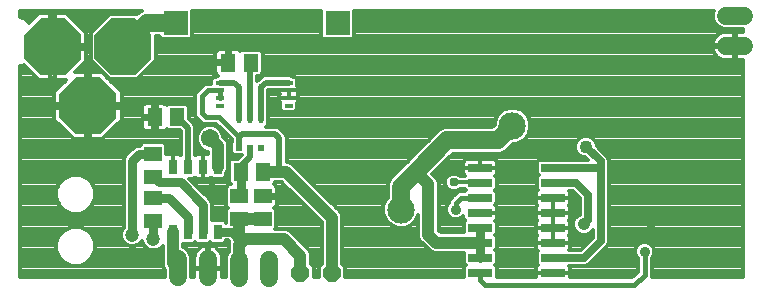
<source format=gbl>
G75*
%MOIN*%
%OFA0B0*%
%FSLAX25Y25*%
%IPPOS*%
%LPD*%
%AMOC8*
5,1,8,0,0,1.08239X$1,22.5*
%
%ADD10R,0.08000X0.02600*%
%ADD11OC8,0.06000*%
%ADD12C,0.06000*%
%ADD13R,0.02756X0.05118*%
%ADD14R,0.02953X0.01181*%
%ADD15R,0.05906X0.05118*%
%ADD16R,0.05118X0.05906*%
%ADD17R,0.01575X0.02165*%
%ADD18R,0.02165X0.02165*%
%ADD19OC8,0.19000*%
%ADD20R,0.08268X0.08268*%
%ADD21C,0.01400*%
%ADD22C,0.03100*%
%ADD23C,0.02900*%
%ADD24C,0.01800*%
%ADD25C,0.03600*%
%ADD26C,0.04300*%
%ADD27C,0.02500*%
%ADD28C,0.04150*%
%ADD29C,0.09150*%
%ADD30C,0.03000*%
%ADD31C,0.04000*%
%ADD32C,0.02000*%
%ADD33C,0.01600*%
%ADD34C,0.06075*%
%ADD35C,0.04700*%
D10*
X0236998Y0086099D03*
X0236998Y0091099D03*
X0236998Y0096099D03*
X0236998Y0101099D03*
X0236998Y0106099D03*
X0236998Y0111099D03*
X0236998Y0116099D03*
X0236998Y0121099D03*
X0261198Y0121099D03*
X0261198Y0116099D03*
X0261198Y0111099D03*
X0261198Y0106099D03*
X0261198Y0101099D03*
X0261198Y0096099D03*
X0261198Y0091099D03*
X0261198Y0086099D03*
D11*
X0187498Y0086099D03*
X0176998Y0086099D03*
D12*
X0156498Y0084299D02*
X0156498Y0090299D01*
X0146298Y0090499D02*
X0146298Y0084499D01*
X0136298Y0084499D02*
X0136298Y0090499D01*
X0166498Y0090299D02*
X0166498Y0084299D01*
X0210598Y0107099D02*
X0210598Y0114799D01*
X0215498Y0119699D01*
X0225998Y0130199D01*
X0242798Y0130199D01*
X0247698Y0135099D01*
X0318972Y0161688D02*
X0324972Y0161688D01*
X0324972Y0171688D02*
X0318972Y0171688D01*
X0135461Y0169399D02*
X0125998Y0169399D01*
X0117998Y0161399D01*
D13*
X0134498Y0121426D03*
X0139498Y0121426D03*
X0144498Y0121426D03*
X0149498Y0121426D03*
X0149498Y0099772D03*
X0144498Y0099772D03*
X0139498Y0099772D03*
X0134498Y0099772D03*
D14*
X0150083Y0141761D03*
X0150083Y0144320D03*
X0150083Y0146879D03*
X0150083Y0149438D03*
X0173114Y0149438D03*
X0173114Y0146879D03*
X0173114Y0144320D03*
X0173114Y0141761D03*
D15*
X0127998Y0125539D03*
X0127998Y0118059D03*
X0127998Y0110839D03*
X0127998Y0103359D03*
X0156698Y0104059D03*
X0164398Y0104059D03*
X0164398Y0111539D03*
X0156698Y0111539D03*
D16*
X0157158Y0119699D03*
X0164638Y0119699D03*
X0135938Y0137899D03*
X0128458Y0137899D03*
X0152958Y0156099D03*
X0160438Y0156099D03*
D17*
X0160198Y0136827D03*
X0156458Y0136827D03*
X0163938Y0136827D03*
D18*
X0163938Y0127772D03*
X0160198Y0127772D03*
X0156458Y0127772D03*
D19*
X0106198Y0141699D03*
X0094398Y0161399D03*
X0117998Y0161399D03*
D20*
X0135461Y0169399D03*
X0189398Y0169399D03*
D21*
X0183864Y0169304D02*
X0140995Y0169304D01*
X0140995Y0170702D02*
X0183864Y0170702D01*
X0183864Y0172101D02*
X0140995Y0172101D01*
X0140995Y0173476D02*
X0183864Y0173476D01*
X0183864Y0164685D01*
X0184685Y0163865D01*
X0194112Y0163865D01*
X0194932Y0164685D01*
X0194932Y0173476D01*
X0314950Y0173476D01*
X0314572Y0172563D01*
X0314572Y0170813D01*
X0315242Y0169196D01*
X0316480Y0167958D01*
X0318097Y0167288D01*
X0324658Y0167288D01*
X0324658Y0166388D01*
X0322272Y0166388D01*
X0322272Y0161988D01*
X0321672Y0161988D01*
X0321672Y0161388D01*
X0314272Y0161388D01*
X0314272Y0161318D01*
X0314388Y0160588D01*
X0314617Y0159884D01*
X0314952Y0159225D01*
X0315387Y0158626D01*
X0315910Y0158103D01*
X0316509Y0157668D01*
X0317168Y0157333D01*
X0317872Y0157104D01*
X0318602Y0156988D01*
X0321672Y0156988D01*
X0321672Y0161388D01*
X0322272Y0161388D01*
X0322272Y0156988D01*
X0324658Y0156988D01*
X0324658Y0084499D01*
X0294098Y0084499D01*
X0294098Y0090874D01*
X0294511Y0091287D01*
X0294998Y0092463D01*
X0294998Y0093736D01*
X0294511Y0094912D01*
X0293611Y0095812D01*
X0292435Y0096299D01*
X0291162Y0096299D01*
X0289986Y0095812D01*
X0289085Y0094912D01*
X0288598Y0093736D01*
X0288598Y0092463D01*
X0289085Y0091287D01*
X0289498Y0090874D01*
X0289498Y0086352D01*
X0287646Y0084499D01*
X0266878Y0084499D01*
X0266898Y0084575D01*
X0266898Y0086099D01*
X0261198Y0086099D01*
X0255498Y0086099D01*
X0255498Y0084575D01*
X0255519Y0084499D01*
X0242398Y0084499D01*
X0242398Y0087979D01*
X0241778Y0088599D01*
X0242398Y0089219D01*
X0242398Y0092979D01*
X0241778Y0093599D01*
X0242398Y0094219D01*
X0242398Y0097979D01*
X0241778Y0098599D01*
X0242398Y0099219D01*
X0242398Y0102979D01*
X0241976Y0103401D01*
X0242042Y0103439D01*
X0242359Y0103755D01*
X0242582Y0104143D01*
X0242698Y0104575D01*
X0242698Y0106099D01*
X0236998Y0106099D01*
X0236998Y0106099D01*
X0242698Y0106099D01*
X0242698Y0107623D01*
X0242582Y0108055D01*
X0242359Y0108443D01*
X0242042Y0108760D01*
X0241976Y0108797D01*
X0242398Y0109219D01*
X0242398Y0112979D01*
X0241778Y0113599D01*
X0242398Y0114219D01*
X0242398Y0117979D01*
X0241976Y0118401D01*
X0242042Y0118439D01*
X0242359Y0118755D01*
X0242582Y0119143D01*
X0242698Y0119575D01*
X0242698Y0121099D01*
X0236998Y0121099D01*
X0231298Y0121099D01*
X0231298Y0119575D01*
X0231414Y0119143D01*
X0231638Y0118755D01*
X0231954Y0118439D01*
X0232020Y0118401D01*
X0231918Y0118299D01*
X0230170Y0118299D01*
X0229769Y0118700D01*
X0228685Y0119149D01*
X0227511Y0119149D01*
X0226427Y0118700D01*
X0225597Y0117870D01*
X0225148Y0116786D01*
X0225148Y0115612D01*
X0225597Y0114528D01*
X0226427Y0113698D01*
X0227511Y0113249D01*
X0228685Y0113249D01*
X0229769Y0113698D01*
X0230170Y0114099D01*
X0231718Y0114099D01*
X0232218Y0113599D01*
X0232018Y0113399D01*
X0229746Y0113399D01*
X0227846Y0111499D01*
X0226498Y0110152D01*
X0226498Y0109325D01*
X0226085Y0108912D01*
X0225598Y0107736D01*
X0225598Y0106463D01*
X0226085Y0105287D01*
X0226986Y0104386D01*
X0228162Y0103899D01*
X0229435Y0103899D01*
X0230611Y0104386D01*
X0231298Y0105074D01*
X0231298Y0104575D01*
X0231414Y0104143D01*
X0231638Y0103755D01*
X0231954Y0103439D01*
X0232020Y0103401D01*
X0231598Y0102979D01*
X0231598Y0099499D01*
X0223707Y0099499D01*
X0223098Y0100108D01*
X0223098Y0116176D01*
X0222581Y0117425D01*
X0221014Y0118992D01*
X0227821Y0125799D01*
X0243673Y0125799D01*
X0245291Y0126469D01*
X0247946Y0129124D01*
X0248887Y0129124D01*
X0251083Y0130034D01*
X0252764Y0131715D01*
X0253673Y0133911D01*
X0253673Y0136288D01*
X0252764Y0138484D01*
X0251083Y0140165D01*
X0248887Y0141074D01*
X0246510Y0141074D01*
X0244314Y0140165D01*
X0242633Y0138484D01*
X0241723Y0136288D01*
X0241723Y0135347D01*
X0240976Y0134599D01*
X0225123Y0134599D01*
X0223506Y0133929D01*
X0222268Y0132692D01*
X0222268Y0132692D01*
X0211768Y0122192D01*
X0206868Y0117292D01*
X0206198Y0115674D01*
X0206198Y0111149D01*
X0205533Y0110484D01*
X0204623Y0108288D01*
X0204623Y0105911D01*
X0205533Y0103715D01*
X0207214Y0102034D01*
X0209410Y0101124D01*
X0211787Y0101124D01*
X0213983Y0102034D01*
X0215664Y0103715D01*
X0216298Y0105247D01*
X0216298Y0098023D01*
X0216816Y0096773D01*
X0220372Y0093217D01*
X0221622Y0092699D01*
X0231598Y0092699D01*
X0231598Y0089219D01*
X0232218Y0088599D01*
X0231598Y0087979D01*
X0231598Y0084499D01*
X0191898Y0084499D01*
X0191898Y0087922D01*
X0190898Y0088922D01*
X0190898Y0104976D01*
X0190381Y0106225D01*
X0174024Y0122582D01*
X0172775Y0123099D01*
X0172398Y0123099D01*
X0172398Y0131377D01*
X0172033Y0132259D01*
X0171358Y0132934D01*
X0169958Y0134334D01*
X0169076Y0134699D01*
X0165661Y0134699D01*
X0166126Y0135164D01*
X0166126Y0135836D01*
X0166338Y0136349D01*
X0166338Y0146945D01*
X0166431Y0147038D01*
X0169938Y0147038D01*
X0169938Y0146879D01*
X0173114Y0146879D01*
X0173114Y0146879D01*
X0176290Y0146879D01*
X0176290Y0147693D01*
X0176175Y0148125D01*
X0175990Y0148444D01*
X0175990Y0150608D01*
X0175170Y0151428D01*
X0174518Y0151428D01*
X0174474Y0151472D01*
X0173591Y0151838D01*
X0164959Y0151838D01*
X0164077Y0151472D01*
X0162598Y0149993D01*
X0162598Y0151746D01*
X0163577Y0151746D01*
X0164397Y0152567D01*
X0164397Y0159632D01*
X0163577Y0160452D01*
X0157299Y0160452D01*
X0156902Y0160054D01*
X0156878Y0160096D01*
X0156561Y0160412D01*
X0156173Y0160636D01*
X0155741Y0160752D01*
X0153538Y0160752D01*
X0153538Y0156679D01*
X0152379Y0156679D01*
X0152379Y0160752D01*
X0150175Y0160752D01*
X0149743Y0160636D01*
X0149355Y0160412D01*
X0149039Y0160096D01*
X0148815Y0159708D01*
X0148699Y0159276D01*
X0148699Y0156679D01*
X0152379Y0156679D01*
X0152379Y0155520D01*
X0148699Y0155520D01*
X0148699Y0152923D01*
X0148815Y0152490D01*
X0149039Y0152103D01*
X0149355Y0151786D01*
X0149408Y0151756D01*
X0148723Y0151472D01*
X0148679Y0151428D01*
X0148026Y0151428D01*
X0147206Y0150608D01*
X0147206Y0149079D01*
X0145167Y0149079D01*
X0143187Y0147099D01*
X0141898Y0145810D01*
X0141898Y0138388D01*
X0144587Y0135699D01*
X0149007Y0135699D01*
X0154058Y0130648D01*
X0154058Y0129517D01*
X0153975Y0129434D01*
X0153975Y0126109D01*
X0154796Y0125289D01*
X0157494Y0125289D01*
X0156257Y0124052D01*
X0154019Y0124052D01*
X0153199Y0123232D01*
X0153199Y0116167D01*
X0153867Y0115498D01*
X0153166Y0115498D01*
X0152346Y0114678D01*
X0152346Y0108400D01*
X0152947Y0107799D01*
X0152346Y0107198D01*
X0152346Y0102672D01*
X0152276Y0102672D01*
X0152276Y0102911D01*
X0151456Y0103731D01*
X0147540Y0103731D01*
X0147398Y0103589D01*
X0147398Y0109376D01*
X0146957Y0110442D01*
X0146141Y0111258D01*
X0139932Y0117467D01*
X0141456Y0117467D01*
X0141786Y0117797D01*
X0142077Y0117507D01*
X0142464Y0117283D01*
X0142897Y0117167D01*
X0144498Y0117167D01*
X0144498Y0121426D01*
X0144498Y0125685D01*
X0142897Y0125685D01*
X0142464Y0125569D01*
X0142077Y0125345D01*
X0141898Y0125167D01*
X0141898Y0134817D01*
X0141533Y0135699D01*
X0140858Y0136374D01*
X0139897Y0137334D01*
X0139897Y0141432D01*
X0139077Y0142252D01*
X0132799Y0142252D01*
X0132402Y0141854D01*
X0132378Y0141896D01*
X0132061Y0142212D01*
X0131673Y0142436D01*
X0131241Y0142552D01*
X0129038Y0142552D01*
X0129038Y0138479D01*
X0127879Y0138479D01*
X0127879Y0142552D01*
X0125675Y0142552D01*
X0125243Y0142436D01*
X0124855Y0142212D01*
X0124539Y0141896D01*
X0124315Y0141508D01*
X0124199Y0141076D01*
X0124199Y0138479D01*
X0127879Y0138479D01*
X0127879Y0137320D01*
X0129038Y0137320D01*
X0129038Y0133246D01*
X0131241Y0133246D01*
X0131673Y0133362D01*
X0132061Y0133586D01*
X0132378Y0133903D01*
X0132402Y0133944D01*
X0132799Y0133546D01*
X0136897Y0133546D01*
X0137098Y0133345D01*
X0137098Y0125167D01*
X0136920Y0125345D01*
X0136532Y0125569D01*
X0136100Y0125685D01*
X0134498Y0125685D01*
X0132897Y0125685D01*
X0132464Y0125569D01*
X0132351Y0125504D01*
X0132351Y0128678D01*
X0131531Y0129498D01*
X0124466Y0129498D01*
X0123646Y0128678D01*
X0123646Y0128439D01*
X0122762Y0128439D01*
X0121696Y0127998D01*
X0120880Y0127182D01*
X0118540Y0124842D01*
X0118098Y0123776D01*
X0118098Y0101103D01*
X0117819Y0100823D01*
X0117248Y0099445D01*
X0117248Y0097953D01*
X0117819Y0096575D01*
X0118874Y0095520D01*
X0120252Y0094949D01*
X0121744Y0094949D01*
X0123122Y0095520D01*
X0124177Y0096575D01*
X0124248Y0096746D01*
X0124248Y0096553D01*
X0124819Y0095175D01*
X0125874Y0094120D01*
X0127252Y0093549D01*
X0128744Y0093549D01*
X0130122Y0094120D01*
X0131098Y0095096D01*
X0131098Y0088623D01*
X0131616Y0087373D01*
X0131898Y0087091D01*
X0131898Y0084499D01*
X0083698Y0084499D01*
X0083698Y0155099D01*
X0084563Y0155099D01*
X0084772Y0155186D01*
X0089759Y0150199D01*
X0093698Y0150199D01*
X0093698Y0155099D01*
X0095098Y0155099D01*
X0095098Y0150199D01*
X0098859Y0150199D01*
X0094998Y0146338D01*
X0094998Y0142399D01*
X0105498Y0142399D01*
X0105498Y0140999D01*
X0094998Y0140999D01*
X0094998Y0137060D01*
X0101559Y0130499D01*
X0105498Y0130499D01*
X0105498Y0140999D01*
X0106898Y0140999D01*
X0106898Y0130499D01*
X0110837Y0130499D01*
X0117398Y0137060D01*
X0117398Y0140999D01*
X0106898Y0140999D01*
X0106898Y0142399D01*
X0105498Y0142399D01*
X0105498Y0152899D01*
X0101737Y0152899D01*
X0105598Y0156760D01*
X0105598Y0160699D01*
X0101460Y0160699D01*
X0101460Y0162099D01*
X0105598Y0162099D01*
X0105598Y0166038D01*
X0099037Y0172599D01*
X0095098Y0172599D01*
X0095098Y0169370D01*
X0094397Y0169370D01*
X0094324Y0169339D01*
X0094251Y0169370D01*
X0093698Y0169370D01*
X0093698Y0172599D01*
X0089759Y0172599D01*
X0086618Y0169458D01*
X0086551Y0169525D01*
X0086401Y0169676D01*
X0086401Y0169676D01*
X0085352Y0170724D01*
X0085333Y0170743D01*
X0084450Y0171109D01*
X0083698Y0171421D01*
X0083698Y0173476D01*
X0124344Y0173476D01*
X0123506Y0173129D01*
X0122594Y0172218D01*
X0122513Y0172299D01*
X0113483Y0172299D01*
X0107098Y0165914D01*
X0107098Y0156884D01*
X0113483Y0150499D01*
X0122513Y0150499D01*
X0128898Y0156884D01*
X0128898Y0164999D01*
X0129927Y0164999D01*
X0129927Y0164685D01*
X0130748Y0163865D01*
X0140175Y0163865D01*
X0140995Y0164685D01*
X0140995Y0173476D01*
X0140995Y0167905D02*
X0183864Y0167905D01*
X0183864Y0166507D02*
X0140995Y0166507D01*
X0140995Y0165108D02*
X0183864Y0165108D01*
X0194932Y0165108D02*
X0315746Y0165108D01*
X0315910Y0165273D02*
X0315387Y0164750D01*
X0314952Y0164152D01*
X0314617Y0163492D01*
X0314388Y0162789D01*
X0314272Y0162058D01*
X0314272Y0161988D01*
X0321672Y0161988D01*
X0321672Y0166388D01*
X0318602Y0166388D01*
X0317872Y0166272D01*
X0317168Y0166044D01*
X0316509Y0165708D01*
X0315910Y0165273D01*
X0314727Y0163710D02*
X0128898Y0163710D01*
X0128898Y0162311D02*
X0314312Y0162311D01*
X0314337Y0160913D02*
X0128898Y0160913D01*
X0128898Y0159514D02*
X0148763Y0159514D01*
X0148699Y0158116D02*
X0128898Y0158116D01*
X0128731Y0156717D02*
X0148699Y0156717D01*
X0148699Y0155319D02*
X0127333Y0155319D01*
X0125934Y0153920D02*
X0148699Y0153920D01*
X0148806Y0152522D02*
X0124536Y0152522D01*
X0123137Y0151123D02*
X0147721Y0151123D01*
X0147206Y0149725D02*
X0114012Y0149725D01*
X0112859Y0151123D02*
X0112613Y0151123D01*
X0111461Y0152522D02*
X0111215Y0152522D01*
X0110837Y0152899D02*
X0106898Y0152899D01*
X0106898Y0142399D01*
X0117398Y0142399D01*
X0117398Y0146338D01*
X0110837Y0152899D01*
X0110062Y0153920D02*
X0102759Y0153920D01*
X0104157Y0155319D02*
X0108664Y0155319D01*
X0107265Y0156717D02*
X0105556Y0156717D01*
X0105598Y0158116D02*
X0107098Y0158116D01*
X0107098Y0159514D02*
X0105598Y0159514D01*
X0107098Y0160913D02*
X0101460Y0160913D01*
X0105598Y0162311D02*
X0107098Y0162311D01*
X0107098Y0163710D02*
X0105598Y0163710D01*
X0105598Y0165108D02*
X0107098Y0165108D01*
X0107691Y0166507D02*
X0105130Y0166507D01*
X0103731Y0167905D02*
X0109090Y0167905D01*
X0110488Y0169304D02*
X0102333Y0169304D01*
X0100934Y0170702D02*
X0111887Y0170702D01*
X0113285Y0172101D02*
X0099536Y0172101D01*
X0095098Y0172101D02*
X0093698Y0172101D01*
X0093698Y0170702D02*
X0095098Y0170702D01*
X0089261Y0172101D02*
X0083698Y0172101D01*
X0085333Y0170743D02*
X0085333Y0170743D01*
X0085374Y0170702D02*
X0087862Y0170702D01*
X0086038Y0153920D02*
X0083698Y0153920D01*
X0083698Y0152522D02*
X0087437Y0152522D01*
X0088835Y0151123D02*
X0083698Y0151123D01*
X0083698Y0149725D02*
X0098385Y0149725D01*
X0096986Y0148326D02*
X0083698Y0148326D01*
X0083698Y0146928D02*
X0095588Y0146928D01*
X0094998Y0145529D02*
X0083698Y0145529D01*
X0083698Y0144131D02*
X0094998Y0144131D01*
X0094998Y0142732D02*
X0083698Y0142732D01*
X0083698Y0141334D02*
X0105498Y0141334D01*
X0105498Y0142732D02*
X0106898Y0142732D01*
X0106898Y0141334D02*
X0124268Y0141334D01*
X0124199Y0139935D02*
X0117398Y0139935D01*
X0117398Y0138537D02*
X0124199Y0138537D01*
X0124199Y0137320D02*
X0124199Y0134723D01*
X0124315Y0134290D01*
X0124539Y0133903D01*
X0124855Y0133586D01*
X0125243Y0133362D01*
X0125675Y0133246D01*
X0127879Y0133246D01*
X0127879Y0137320D01*
X0124199Y0137320D01*
X0124199Y0137138D02*
X0117398Y0137138D01*
X0116078Y0135740D02*
X0124199Y0135740D01*
X0124301Y0134341D02*
X0114679Y0134341D01*
X0113281Y0132943D02*
X0137098Y0132943D01*
X0137098Y0131544D02*
X0111882Y0131544D01*
X0106898Y0131544D02*
X0105498Y0131544D01*
X0105498Y0132943D02*
X0106898Y0132943D01*
X0106898Y0134341D02*
X0105498Y0134341D01*
X0105498Y0135740D02*
X0106898Y0135740D01*
X0106898Y0137138D02*
X0105498Y0137138D01*
X0105498Y0138537D02*
X0106898Y0138537D01*
X0106898Y0139935D02*
X0105498Y0139935D01*
X0097717Y0134341D02*
X0083698Y0134341D01*
X0083698Y0132943D02*
X0099116Y0132943D01*
X0100514Y0131544D02*
X0083698Y0131544D01*
X0083698Y0130146D02*
X0137098Y0130146D01*
X0137098Y0128747D02*
X0132282Y0128747D01*
X0132351Y0127349D02*
X0137098Y0127349D01*
X0137098Y0125950D02*
X0132351Y0125950D01*
X0134498Y0125685D02*
X0134498Y0121426D01*
X0134498Y0121426D01*
X0134498Y0125685D01*
X0134498Y0124552D02*
X0134498Y0124552D01*
X0134498Y0123153D02*
X0134498Y0123153D01*
X0134498Y0121755D02*
X0134498Y0121755D01*
X0144498Y0121755D02*
X0144498Y0121755D01*
X0144498Y0121426D02*
X0144498Y0121426D01*
X0144498Y0121426D01*
X0144498Y0125685D01*
X0146098Y0125685D01*
X0146098Y0126462D01*
X0146016Y0126462D01*
X0144385Y0127137D01*
X0143136Y0128386D01*
X0142461Y0130017D01*
X0142461Y0131782D01*
X0143136Y0133413D01*
X0144385Y0134661D01*
X0146016Y0135337D01*
X0147781Y0135337D01*
X0149412Y0134661D01*
X0150660Y0133413D01*
X0151336Y0131782D01*
X0151336Y0131270D01*
X0152381Y0130225D01*
X0152898Y0128976D01*
X0152898Y0120750D01*
X0152381Y0119500D01*
X0152276Y0119396D01*
X0152276Y0118287D01*
X0151456Y0117467D01*
X0147540Y0117467D01*
X0147210Y0117797D01*
X0146920Y0117507D01*
X0146532Y0117283D01*
X0146100Y0117167D01*
X0144498Y0117167D01*
X0144498Y0121426D01*
X0144498Y0120356D02*
X0144498Y0120356D01*
X0144498Y0118958D02*
X0144498Y0118958D01*
X0144498Y0117559D02*
X0144498Y0117559D01*
X0142024Y0117559D02*
X0141548Y0117559D01*
X0141238Y0116161D02*
X0153205Y0116161D01*
X0153199Y0117559D02*
X0151548Y0117559D01*
X0152276Y0118958D02*
X0153199Y0118958D01*
X0153199Y0120356D02*
X0152735Y0120356D01*
X0152898Y0121755D02*
X0153199Y0121755D01*
X0153199Y0123153D02*
X0152898Y0123153D01*
X0152898Y0124552D02*
X0156757Y0124552D01*
X0154134Y0125950D02*
X0152898Y0125950D01*
X0152898Y0127349D02*
X0153975Y0127349D01*
X0153975Y0128747D02*
X0152898Y0128747D01*
X0152414Y0130146D02*
X0154058Y0130146D01*
X0153162Y0131544D02*
X0151336Y0131544D01*
X0151763Y0132943D02*
X0150855Y0132943D01*
X0150365Y0134341D02*
X0149732Y0134341D01*
X0144547Y0135740D02*
X0141492Y0135740D01*
X0141898Y0134341D02*
X0144065Y0134341D01*
X0142942Y0132943D02*
X0141898Y0132943D01*
X0141898Y0131544D02*
X0142461Y0131544D01*
X0142461Y0130146D02*
X0141898Y0130146D01*
X0141898Y0128747D02*
X0142987Y0128747D01*
X0141898Y0127349D02*
X0144173Y0127349D01*
X0146098Y0125950D02*
X0141898Y0125950D01*
X0144498Y0124552D02*
X0144498Y0124552D01*
X0144498Y0123153D02*
X0144498Y0123153D01*
X0146972Y0117559D02*
X0147448Y0117559D01*
X0144035Y0113363D02*
X0152346Y0113363D01*
X0152346Y0111965D02*
X0145434Y0111965D01*
X0146832Y0110566D02*
X0152346Y0110566D01*
X0152346Y0109168D02*
X0147398Y0109168D01*
X0147398Y0107769D02*
X0152917Y0107769D01*
X0152346Y0106371D02*
X0147398Y0106371D01*
X0147398Y0104972D02*
X0152346Y0104972D01*
X0152346Y0103574D02*
X0151614Y0103574D01*
X0152276Y0096872D02*
X0153024Y0096872D01*
X0153316Y0096580D01*
X0153332Y0096541D01*
X0153098Y0095976D01*
X0153098Y0093122D01*
X0152768Y0092792D01*
X0152098Y0091174D01*
X0152098Y0084499D01*
X0150998Y0084499D01*
X0150998Y0087199D01*
X0146598Y0087199D01*
X0146598Y0087799D01*
X0145998Y0087799D01*
X0145998Y0087199D01*
X0141598Y0087199D01*
X0141598Y0084499D01*
X0140698Y0084499D01*
X0140698Y0091374D01*
X0140028Y0092992D01*
X0138791Y0094229D01*
X0137898Y0094599D01*
X0137898Y0095813D01*
X0141456Y0095813D01*
X0141998Y0096356D01*
X0142540Y0095813D01*
X0146456Y0095813D01*
X0146998Y0096356D01*
X0147540Y0095813D01*
X0151456Y0095813D01*
X0152276Y0096633D01*
X0152276Y0096872D01*
X0152224Y0096581D02*
X0153315Y0096581D01*
X0153098Y0095183D02*
X0146772Y0095183D01*
X0146668Y0095199D02*
X0146598Y0095199D01*
X0146598Y0087799D01*
X0150998Y0087799D01*
X0150998Y0090869D01*
X0150883Y0091600D01*
X0150654Y0092303D01*
X0150318Y0092963D01*
X0149883Y0093561D01*
X0149360Y0094084D01*
X0148762Y0094519D01*
X0148102Y0094855D01*
X0147399Y0095083D01*
X0146668Y0095199D01*
X0146598Y0095183D02*
X0145998Y0095183D01*
X0145998Y0095199D02*
X0145928Y0095199D01*
X0145198Y0095083D01*
X0144494Y0094855D01*
X0143835Y0094519D01*
X0143236Y0094084D01*
X0142713Y0093561D01*
X0142278Y0092963D01*
X0141943Y0092303D01*
X0141714Y0091600D01*
X0141598Y0090869D01*
X0141598Y0087799D01*
X0145998Y0087799D01*
X0145998Y0095199D01*
X0145825Y0095183D02*
X0137898Y0095183D01*
X0139236Y0093784D02*
X0142937Y0093784D01*
X0141985Y0092386D02*
X0140279Y0092386D01*
X0140698Y0090987D02*
X0141617Y0090987D01*
X0141598Y0089589D02*
X0140698Y0089589D01*
X0140698Y0088190D02*
X0141598Y0088190D01*
X0141598Y0086792D02*
X0140698Y0086792D01*
X0140698Y0085393D02*
X0141598Y0085393D01*
X0145998Y0088190D02*
X0146598Y0088190D01*
X0146598Y0089589D02*
X0145998Y0089589D01*
X0145998Y0090987D02*
X0146598Y0090987D01*
X0146598Y0092386D02*
X0145998Y0092386D01*
X0145998Y0093784D02*
X0146598Y0093784D01*
X0149660Y0093784D02*
X0153098Y0093784D01*
X0152600Y0092386D02*
X0150612Y0092386D01*
X0150980Y0090987D02*
X0152098Y0090987D01*
X0152098Y0089589D02*
X0150998Y0089589D01*
X0150998Y0088190D02*
X0152098Y0088190D01*
X0152098Y0086792D02*
X0150998Y0086792D01*
X0150998Y0085393D02*
X0152098Y0085393D01*
X0131898Y0085393D02*
X0083698Y0085393D01*
X0083698Y0086792D02*
X0131898Y0086792D01*
X0131277Y0088190D02*
X0083698Y0088190D01*
X0083698Y0089589D02*
X0098295Y0089589D01*
X0098432Y0089451D02*
X0100811Y0088466D01*
X0103386Y0088466D01*
X0105764Y0089451D01*
X0107585Y0091272D01*
X0108570Y0093650D01*
X0108570Y0096225D01*
X0107585Y0098604D01*
X0105764Y0100424D01*
X0103386Y0101409D01*
X0100811Y0101409D01*
X0098432Y0100424D01*
X0096612Y0098604D01*
X0095627Y0096225D01*
X0095627Y0093650D01*
X0096612Y0091272D01*
X0098432Y0089451D01*
X0096896Y0090987D02*
X0083698Y0090987D01*
X0083698Y0092386D02*
X0096150Y0092386D01*
X0095627Y0093784D02*
X0083698Y0093784D01*
X0083698Y0095183D02*
X0095627Y0095183D01*
X0095774Y0096581D02*
X0083698Y0096581D01*
X0083698Y0097980D02*
X0096353Y0097980D01*
X0097387Y0099378D02*
X0083698Y0099378D01*
X0083698Y0100777D02*
X0099284Y0100777D01*
X0104913Y0100777D02*
X0117800Y0100777D01*
X0118098Y0102175D02*
X0083698Y0102175D01*
X0083698Y0103574D02*
X0118098Y0103574D01*
X0118098Y0104972D02*
X0083698Y0104972D01*
X0083698Y0106371D02*
X0099406Y0106371D01*
X0098432Y0106774D02*
X0100811Y0105789D01*
X0103386Y0105789D01*
X0105764Y0106774D01*
X0107585Y0108595D01*
X0108570Y0110973D01*
X0108570Y0113548D01*
X0107585Y0115927D01*
X0105764Y0117747D01*
X0103386Y0118732D01*
X0100811Y0118732D01*
X0098432Y0117747D01*
X0096612Y0115927D01*
X0095627Y0113548D01*
X0095627Y0110973D01*
X0096612Y0108595D01*
X0098432Y0106774D01*
X0097437Y0107769D02*
X0083698Y0107769D01*
X0083698Y0109168D02*
X0096374Y0109168D01*
X0095795Y0110566D02*
X0083698Y0110566D01*
X0083698Y0111965D02*
X0095627Y0111965D01*
X0095627Y0113363D02*
X0083698Y0113363D01*
X0083698Y0114762D02*
X0096130Y0114762D01*
X0096846Y0116161D02*
X0083698Y0116161D01*
X0083698Y0117559D02*
X0098244Y0117559D01*
X0105952Y0117559D02*
X0118098Y0117559D01*
X0118098Y0116161D02*
X0107351Y0116161D01*
X0108067Y0114762D02*
X0118098Y0114762D01*
X0118098Y0113363D02*
X0108570Y0113363D01*
X0108570Y0111965D02*
X0118098Y0111965D01*
X0118098Y0110566D02*
X0108401Y0110566D01*
X0107822Y0109168D02*
X0118098Y0109168D01*
X0118098Y0107769D02*
X0106759Y0107769D01*
X0104791Y0106371D02*
X0118098Y0106371D01*
X0117248Y0099378D02*
X0106810Y0099378D01*
X0107843Y0097980D02*
X0117248Y0097980D01*
X0117817Y0096581D02*
X0108422Y0096581D01*
X0108570Y0095183D02*
X0119688Y0095183D01*
X0122308Y0095183D02*
X0124816Y0095183D01*
X0124248Y0096581D02*
X0124180Y0096581D01*
X0126685Y0093784D02*
X0108570Y0093784D01*
X0108046Y0092386D02*
X0131098Y0092386D01*
X0131098Y0093784D02*
X0129312Y0093784D01*
X0131098Y0090987D02*
X0107300Y0090987D01*
X0105902Y0089589D02*
X0131098Y0089589D01*
X0168530Y0100699D02*
X0168751Y0100920D01*
X0168751Y0107198D01*
X0168353Y0107596D01*
X0168395Y0107620D01*
X0168711Y0107936D01*
X0168935Y0108324D01*
X0169051Y0108756D01*
X0169051Y0110960D01*
X0164978Y0110960D01*
X0164978Y0112119D01*
X0169051Y0112119D01*
X0169051Y0114322D01*
X0168935Y0114755D01*
X0168711Y0115142D01*
X0168395Y0115459D01*
X0168075Y0115644D01*
X0168597Y0116167D01*
X0168597Y0116299D01*
X0170690Y0116299D01*
X0184098Y0102891D01*
X0184098Y0088922D01*
X0183098Y0087922D01*
X0183098Y0084499D01*
X0181398Y0084499D01*
X0181398Y0087922D01*
X0180398Y0088922D01*
X0180398Y0092376D01*
X0179881Y0093625D01*
X0173324Y0100182D01*
X0172075Y0100699D01*
X0168530Y0100699D01*
X0168608Y0100777D02*
X0184098Y0100777D01*
X0184098Y0102175D02*
X0168751Y0102175D01*
X0168751Y0103574D02*
X0183415Y0103574D01*
X0182017Y0104972D02*
X0168751Y0104972D01*
X0168751Y0106371D02*
X0180618Y0106371D01*
X0179220Y0107769D02*
X0168544Y0107769D01*
X0169051Y0109168D02*
X0177821Y0109168D01*
X0176423Y0110566D02*
X0169051Y0110566D01*
X0164978Y0111965D02*
X0175024Y0111965D01*
X0173626Y0113363D02*
X0169051Y0113363D01*
X0168931Y0114762D02*
X0172227Y0114762D01*
X0170829Y0116161D02*
X0168591Y0116161D01*
X0176250Y0120356D02*
X0209933Y0120356D01*
X0211331Y0121755D02*
X0174851Y0121755D01*
X0172398Y0123153D02*
X0212730Y0123153D01*
X0214128Y0124552D02*
X0172398Y0124552D01*
X0172398Y0125950D02*
X0215527Y0125950D01*
X0216925Y0127349D02*
X0172398Y0127349D01*
X0172398Y0128747D02*
X0218324Y0128747D01*
X0219722Y0130146D02*
X0172398Y0130146D01*
X0172329Y0131544D02*
X0221121Y0131544D01*
X0222519Y0132943D02*
X0171349Y0132943D01*
X0169940Y0134341D02*
X0224500Y0134341D01*
X0241723Y0135740D02*
X0166126Y0135740D01*
X0166338Y0137138D02*
X0242076Y0137138D01*
X0242686Y0138537D02*
X0166338Y0138537D01*
X0166338Y0139935D02*
X0170893Y0139935D01*
X0171058Y0139770D02*
X0175170Y0139770D01*
X0175990Y0140590D01*
X0175990Y0142754D01*
X0176175Y0143073D01*
X0176290Y0143505D01*
X0176290Y0144320D01*
X0176290Y0145134D01*
X0176175Y0145566D01*
X0176156Y0145599D01*
X0176175Y0145632D01*
X0176290Y0146064D01*
X0176290Y0146879D01*
X0173114Y0146879D01*
X0173114Y0146879D01*
X0169938Y0146879D01*
X0169938Y0146064D01*
X0170054Y0145632D01*
X0170072Y0145599D01*
X0170054Y0145566D01*
X0169938Y0145134D01*
X0169938Y0144320D01*
X0173114Y0144320D01*
X0173114Y0146610D01*
X0173114Y0146879D01*
X0173114Y0144320D01*
X0173114Y0144320D01*
X0173114Y0144320D01*
X0176290Y0144320D01*
X0173114Y0144320D01*
X0173114Y0144320D01*
X0169938Y0144320D01*
X0169938Y0143505D01*
X0170054Y0143073D01*
X0170238Y0142754D01*
X0170238Y0140590D01*
X0171058Y0139770D01*
X0170238Y0141334D02*
X0166338Y0141334D01*
X0166338Y0142732D02*
X0170238Y0142732D01*
X0169938Y0144131D02*
X0166338Y0144131D01*
X0166338Y0145529D02*
X0170044Y0145529D01*
X0169938Y0146928D02*
X0166338Y0146928D01*
X0173114Y0146879D02*
X0173114Y0146879D01*
X0173114Y0145529D02*
X0173114Y0145529D01*
X0176185Y0145529D02*
X0324658Y0145529D01*
X0324658Y0144131D02*
X0176290Y0144131D01*
X0175990Y0142732D02*
X0324658Y0142732D01*
X0324658Y0141334D02*
X0175990Y0141334D01*
X0175335Y0139935D02*
X0244084Y0139935D01*
X0251312Y0139935D02*
X0324658Y0139935D01*
X0324658Y0138537D02*
X0252711Y0138537D01*
X0253321Y0137138D02*
X0324658Y0137138D01*
X0324658Y0135740D02*
X0253673Y0135740D01*
X0253673Y0134341D02*
X0324658Y0134341D01*
X0324658Y0132943D02*
X0253272Y0132943D01*
X0252593Y0131544D02*
X0271238Y0131544D01*
X0271492Y0131649D02*
X0270187Y0131109D01*
X0269189Y0130110D01*
X0268648Y0128805D01*
X0268648Y0127393D01*
X0269189Y0126088D01*
X0270187Y0125090D01*
X0271492Y0124549D01*
X0272001Y0124549D01*
X0272801Y0123749D01*
X0265828Y0123749D01*
X0265778Y0123799D01*
X0256618Y0123799D01*
X0255798Y0122979D01*
X0255798Y0119219D01*
X0256418Y0118599D01*
X0255798Y0117979D01*
X0255798Y0114219D01*
X0256220Y0113797D01*
X0256154Y0113760D01*
X0255838Y0113443D01*
X0255614Y0113055D01*
X0255498Y0112623D01*
X0255498Y0111099D01*
X0255498Y0109575D01*
X0255614Y0109143D01*
X0255838Y0108755D01*
X0255994Y0108599D01*
X0255838Y0108443D01*
X0255614Y0108055D01*
X0255498Y0107623D01*
X0255498Y0106099D01*
X0255498Y0104575D01*
X0255614Y0104143D01*
X0255838Y0103755D01*
X0255994Y0103599D01*
X0255838Y0103443D01*
X0255614Y0103055D01*
X0255498Y0102623D01*
X0255498Y0101099D01*
X0255498Y0099575D01*
X0255614Y0099143D01*
X0255838Y0098755D01*
X0255994Y0098599D01*
X0255838Y0098443D01*
X0255614Y0098055D01*
X0255498Y0097623D01*
X0255498Y0096099D01*
X0255498Y0094575D01*
X0255614Y0094143D01*
X0255838Y0093755D01*
X0256154Y0093439D01*
X0256220Y0093401D01*
X0255798Y0092979D01*
X0255798Y0089219D01*
X0256220Y0088797D01*
X0256154Y0088760D01*
X0255838Y0088443D01*
X0255614Y0088055D01*
X0255498Y0087623D01*
X0255498Y0086099D01*
X0261198Y0086099D01*
X0261198Y0086099D01*
X0261198Y0086099D01*
X0266898Y0086099D01*
X0266898Y0087623D01*
X0266782Y0088055D01*
X0266559Y0088443D01*
X0266552Y0088449D01*
X0272125Y0088449D01*
X0273099Y0088853D01*
X0279345Y0095098D01*
X0279748Y0096072D01*
X0279748Y0123726D01*
X0279345Y0124700D01*
X0278599Y0125446D01*
X0275748Y0128297D01*
X0275748Y0128805D01*
X0275208Y0130110D01*
X0274209Y0131109D01*
X0272904Y0131649D01*
X0271492Y0131649D01*
X0273158Y0131544D02*
X0324658Y0131544D01*
X0324658Y0130146D02*
X0275172Y0130146D01*
X0275748Y0128747D02*
X0324658Y0128747D01*
X0324658Y0127349D02*
X0276697Y0127349D01*
X0278095Y0125950D02*
X0324658Y0125950D01*
X0324658Y0124552D02*
X0279406Y0124552D01*
X0279748Y0123153D02*
X0324658Y0123153D01*
X0324658Y0121755D02*
X0279748Y0121755D01*
X0279748Y0120356D02*
X0324658Y0120356D01*
X0324658Y0118958D02*
X0279748Y0118958D01*
X0279748Y0117559D02*
X0324658Y0117559D01*
X0324658Y0116161D02*
X0279748Y0116161D01*
X0279748Y0114762D02*
X0324658Y0114762D01*
X0324658Y0113363D02*
X0279748Y0113363D01*
X0279748Y0111965D02*
X0324658Y0111965D01*
X0324658Y0110566D02*
X0279748Y0110566D01*
X0279748Y0109168D02*
X0324658Y0109168D01*
X0324658Y0107769D02*
X0279748Y0107769D01*
X0279748Y0106371D02*
X0324658Y0106371D01*
X0324658Y0104972D02*
X0279748Y0104972D01*
X0279748Y0103574D02*
X0324658Y0103574D01*
X0324658Y0102175D02*
X0279748Y0102175D01*
X0279748Y0100777D02*
X0324658Y0100777D01*
X0324658Y0099378D02*
X0279748Y0099378D01*
X0279748Y0097980D02*
X0324658Y0097980D01*
X0324658Y0096581D02*
X0279748Y0096581D01*
X0279380Y0095183D02*
X0289356Y0095183D01*
X0288618Y0093784D02*
X0278031Y0093784D01*
X0276633Y0092386D02*
X0288630Y0092386D01*
X0289385Y0090987D02*
X0275234Y0090987D01*
X0273836Y0089589D02*
X0289498Y0089589D01*
X0289498Y0088190D02*
X0266705Y0088190D01*
X0266898Y0086792D02*
X0289498Y0086792D01*
X0288540Y0085393D02*
X0266898Y0085393D01*
X0255498Y0085393D02*
X0242398Y0085393D01*
X0242398Y0086792D02*
X0255498Y0086792D01*
X0255692Y0088190D02*
X0242187Y0088190D01*
X0242398Y0089589D02*
X0255798Y0089589D01*
X0255798Y0090987D02*
X0242398Y0090987D01*
X0242398Y0092386D02*
X0255798Y0092386D01*
X0255821Y0093784D02*
X0241963Y0093784D01*
X0242398Y0095183D02*
X0255498Y0095183D01*
X0255498Y0096099D02*
X0261198Y0096099D01*
X0261198Y0096099D01*
X0255498Y0096099D01*
X0255498Y0096581D02*
X0242398Y0096581D01*
X0242398Y0097980D02*
X0255594Y0097980D01*
X0255551Y0099378D02*
X0242398Y0099378D01*
X0242398Y0100777D02*
X0255498Y0100777D01*
X0255498Y0101099D02*
X0261198Y0101099D01*
X0261198Y0101099D01*
X0261198Y0101099D01*
X0261198Y0096099D01*
X0261198Y0096099D01*
X0261198Y0096099D01*
X0266898Y0096099D01*
X0266898Y0094575D01*
X0266782Y0094143D01*
X0266559Y0093755D01*
X0266552Y0093749D01*
X0270501Y0093749D01*
X0274448Y0097697D01*
X0274448Y0100241D01*
X0274444Y0100231D01*
X0273467Y0099253D01*
X0272190Y0098724D01*
X0270807Y0098724D01*
X0269530Y0099253D01*
X0268552Y0100231D01*
X0268023Y0101508D01*
X0268023Y0102890D01*
X0268552Y0104168D01*
X0269530Y0105145D01*
X0270248Y0105443D01*
X0270248Y0110902D01*
X0267701Y0113449D01*
X0266552Y0113449D01*
X0266559Y0113443D01*
X0266782Y0113055D01*
X0266898Y0112623D01*
X0266898Y0111099D01*
X0261198Y0111099D01*
X0255498Y0111099D01*
X0261198Y0111099D01*
X0261198Y0111099D01*
X0261198Y0111099D01*
X0261198Y0106099D01*
X0255498Y0106099D01*
X0261198Y0106099D01*
X0261198Y0106099D01*
X0261198Y0106099D01*
X0261198Y0101099D01*
X0255498Y0101099D01*
X0255498Y0102175D02*
X0242398Y0102175D01*
X0242177Y0103574D02*
X0255969Y0103574D01*
X0255498Y0104972D02*
X0242698Y0104972D01*
X0242698Y0106371D02*
X0255498Y0106371D01*
X0255538Y0107769D02*
X0242659Y0107769D01*
X0242347Y0109168D02*
X0255607Y0109168D01*
X0255498Y0110566D02*
X0242398Y0110566D01*
X0242398Y0111965D02*
X0255498Y0111965D01*
X0255792Y0113363D02*
X0242014Y0113363D01*
X0242398Y0114762D02*
X0255798Y0114762D01*
X0255798Y0116161D02*
X0242398Y0116161D01*
X0242398Y0117559D02*
X0255798Y0117559D01*
X0256060Y0118958D02*
X0242475Y0118958D01*
X0242698Y0120356D02*
X0255798Y0120356D01*
X0255798Y0121755D02*
X0242698Y0121755D01*
X0242698Y0121099D02*
X0242698Y0122623D01*
X0242582Y0123055D01*
X0242359Y0123443D01*
X0242042Y0123760D01*
X0241654Y0123983D01*
X0241222Y0124099D01*
X0236998Y0124099D01*
X0232774Y0124099D01*
X0232342Y0123983D01*
X0231954Y0123760D01*
X0231638Y0123443D01*
X0231414Y0123055D01*
X0231298Y0122623D01*
X0231298Y0121099D01*
X0236998Y0121099D01*
X0236998Y0121099D01*
X0236998Y0124099D01*
X0236998Y0121099D01*
X0236998Y0121099D01*
X0236998Y0121099D01*
X0242698Y0121099D01*
X0242526Y0123153D02*
X0255972Y0123153D01*
X0246170Y0127349D02*
X0268667Y0127349D01*
X0268648Y0128747D02*
X0247569Y0128747D01*
X0251195Y0130146D02*
X0269224Y0130146D01*
X0269327Y0125950D02*
X0244038Y0125950D01*
X0236998Y0123153D02*
X0236998Y0123153D01*
X0236998Y0121755D02*
X0236998Y0121755D01*
X0231298Y0121755D02*
X0223776Y0121755D01*
X0225175Y0123153D02*
X0231471Y0123153D01*
X0231298Y0120356D02*
X0222378Y0120356D01*
X0221048Y0118958D02*
X0227049Y0118958D01*
X0229148Y0118958D02*
X0231521Y0118958D01*
X0228098Y0116199D02*
X0236898Y0116199D01*
X0236998Y0116099D01*
X0229710Y0113363D02*
X0228961Y0113363D01*
X0228311Y0111965D02*
X0223098Y0111965D01*
X0223098Y0113363D02*
X0227236Y0113363D01*
X0225501Y0114762D02*
X0223098Y0114762D01*
X0223098Y0116161D02*
X0225148Y0116161D01*
X0225468Y0117559D02*
X0222447Y0117559D01*
X0226573Y0124552D02*
X0271486Y0124552D01*
X0267786Y0113363D02*
X0266605Y0113363D01*
X0266898Y0111965D02*
X0269185Y0111965D01*
X0270248Y0110566D02*
X0266898Y0110566D01*
X0266898Y0111099D02*
X0266898Y0109575D01*
X0266782Y0109143D01*
X0266559Y0108755D01*
X0266402Y0108599D01*
X0266559Y0108443D01*
X0266782Y0108055D01*
X0266898Y0107623D01*
X0266898Y0106099D01*
X0261198Y0106099D01*
X0261198Y0103099D01*
X0261198Y0101099D01*
X0261198Y0098099D01*
X0261198Y0096099D01*
X0266898Y0096099D01*
X0266898Y0097623D01*
X0266782Y0098055D01*
X0266559Y0098443D01*
X0266402Y0098599D01*
X0266559Y0098755D01*
X0266782Y0099143D01*
X0266898Y0099575D01*
X0266898Y0101099D01*
X0261198Y0101099D01*
X0261198Y0101099D01*
X0261198Y0101099D01*
X0266898Y0101099D01*
X0266898Y0102623D01*
X0266782Y0103055D01*
X0266559Y0103443D01*
X0266402Y0103599D01*
X0266559Y0103755D01*
X0266782Y0104143D01*
X0266898Y0104575D01*
X0266898Y0106099D01*
X0261198Y0106099D01*
X0261198Y0106099D01*
X0261198Y0106099D01*
X0261198Y0108099D01*
X0261198Y0111099D01*
X0261198Y0111099D01*
X0266898Y0111099D01*
X0266789Y0109168D02*
X0270248Y0109168D01*
X0270248Y0107769D02*
X0266859Y0107769D01*
X0266898Y0106371D02*
X0270248Y0106371D01*
X0269357Y0104972D02*
X0266898Y0104972D01*
X0266428Y0103574D02*
X0268306Y0103574D01*
X0268023Y0102175D02*
X0266898Y0102175D01*
X0266898Y0100777D02*
X0268326Y0100777D01*
X0269405Y0099378D02*
X0266845Y0099378D01*
X0266803Y0097980D02*
X0274448Y0097980D01*
X0274448Y0099378D02*
X0273592Y0099378D01*
X0273333Y0096581D02*
X0266898Y0096581D01*
X0266898Y0095183D02*
X0271934Y0095183D01*
X0270536Y0093784D02*
X0266575Y0093784D01*
X0261198Y0096581D02*
X0261198Y0096581D01*
X0261198Y0097980D02*
X0261198Y0097980D01*
X0261198Y0099378D02*
X0261198Y0099378D01*
X0261198Y0100777D02*
X0261198Y0100777D01*
X0261198Y0102175D02*
X0261198Y0102175D01*
X0261198Y0103574D02*
X0261198Y0103574D01*
X0261198Y0104972D02*
X0261198Y0104972D01*
X0261198Y0106371D02*
X0261198Y0106371D01*
X0261198Y0107769D02*
X0261198Y0107769D01*
X0261198Y0109168D02*
X0261198Y0109168D01*
X0261198Y0110566D02*
X0261198Y0110566D01*
X0231819Y0103574D02*
X0223098Y0103574D01*
X0223098Y0104972D02*
X0226400Y0104972D01*
X0225636Y0106371D02*
X0223098Y0106371D01*
X0223098Y0107769D02*
X0225612Y0107769D01*
X0226342Y0109168D02*
X0223098Y0109168D01*
X0223098Y0110566D02*
X0226913Y0110566D01*
X0231197Y0104972D02*
X0231298Y0104972D01*
X0231598Y0102175D02*
X0223098Y0102175D01*
X0223098Y0100777D02*
X0231598Y0100777D01*
X0218406Y0095183D02*
X0190898Y0095183D01*
X0190898Y0096581D02*
X0217008Y0096581D01*
X0216316Y0097980D02*
X0190898Y0097980D01*
X0190898Y0099378D02*
X0216298Y0099378D01*
X0216298Y0100777D02*
X0190898Y0100777D01*
X0190898Y0102175D02*
X0207072Y0102175D01*
X0205674Y0103574D02*
X0190898Y0103574D01*
X0190898Y0104972D02*
X0205012Y0104972D01*
X0204623Y0106371D02*
X0190235Y0106371D01*
X0188836Y0107769D02*
X0204623Y0107769D01*
X0204988Y0109168D02*
X0187438Y0109168D01*
X0186039Y0110566D02*
X0205616Y0110566D01*
X0206198Y0111965D02*
X0184641Y0111965D01*
X0183242Y0113363D02*
X0206198Y0113363D01*
X0206198Y0114762D02*
X0181844Y0114762D01*
X0180445Y0116161D02*
X0206400Y0116161D01*
X0207136Y0117559D02*
X0179047Y0117559D01*
X0177648Y0118958D02*
X0208534Y0118958D01*
X0216185Y0104972D02*
X0216298Y0104972D01*
X0216298Y0103574D02*
X0215523Y0103574D01*
X0216298Y0102175D02*
X0214124Y0102175D01*
X0219805Y0093784D02*
X0190898Y0093784D01*
X0190898Y0092386D02*
X0231598Y0092386D01*
X0231598Y0090987D02*
X0190898Y0090987D01*
X0190898Y0089589D02*
X0231598Y0089589D01*
X0231809Y0088190D02*
X0191630Y0088190D01*
X0191898Y0086792D02*
X0231598Y0086792D01*
X0231598Y0085393D02*
X0191898Y0085393D01*
X0183098Y0085393D02*
X0181398Y0085393D01*
X0181398Y0086792D02*
X0183098Y0086792D01*
X0183367Y0088190D02*
X0181130Y0088190D01*
X0180398Y0089589D02*
X0184098Y0089589D01*
X0184098Y0090987D02*
X0180398Y0090987D01*
X0180394Y0092386D02*
X0184098Y0092386D01*
X0184098Y0093784D02*
X0179721Y0093784D01*
X0178323Y0095183D02*
X0184098Y0095183D01*
X0184098Y0096581D02*
X0176924Y0096581D01*
X0175526Y0097980D02*
X0184098Y0097980D01*
X0184098Y0099378D02*
X0174127Y0099378D01*
X0152429Y0114762D02*
X0142637Y0114762D01*
X0118098Y0118958D02*
X0083698Y0118958D01*
X0083698Y0120356D02*
X0118098Y0120356D01*
X0118098Y0121755D02*
X0083698Y0121755D01*
X0083698Y0123153D02*
X0118098Y0123153D01*
X0118420Y0124552D02*
X0083698Y0124552D01*
X0083698Y0125950D02*
X0119648Y0125950D01*
X0121046Y0127349D02*
X0083698Y0127349D01*
X0083698Y0128747D02*
X0123714Y0128747D01*
X0127879Y0134341D02*
X0129038Y0134341D01*
X0129038Y0135740D02*
X0127879Y0135740D01*
X0127879Y0137138D02*
X0129038Y0137138D01*
X0129038Y0138537D02*
X0127879Y0138537D01*
X0127879Y0139935D02*
X0129038Y0139935D01*
X0129038Y0141334D02*
X0127879Y0141334D01*
X0117398Y0142732D02*
X0141898Y0142732D01*
X0141898Y0141334D02*
X0139897Y0141334D01*
X0139897Y0139935D02*
X0141898Y0139935D01*
X0141898Y0138537D02*
X0139897Y0138537D01*
X0140094Y0137138D02*
X0143148Y0137138D01*
X0141898Y0144131D02*
X0117398Y0144131D01*
X0117398Y0145529D02*
X0141898Y0145529D01*
X0143016Y0146928D02*
X0116809Y0146928D01*
X0115410Y0148326D02*
X0144414Y0148326D01*
X0143187Y0147099D02*
X0143187Y0147099D01*
X0162598Y0151123D02*
X0163728Y0151123D01*
X0164353Y0152522D02*
X0324658Y0152522D01*
X0324658Y0153920D02*
X0164397Y0153920D01*
X0164397Y0155319D02*
X0324658Y0155319D01*
X0324658Y0156717D02*
X0164397Y0156717D01*
X0164397Y0158116D02*
X0315898Y0158116D01*
X0314805Y0159514D02*
X0164397Y0159514D01*
X0153538Y0159514D02*
X0152379Y0159514D01*
X0152379Y0158116D02*
X0153538Y0158116D01*
X0153538Y0156717D02*
X0152379Y0156717D01*
X0175475Y0151123D02*
X0324658Y0151123D01*
X0324658Y0149725D02*
X0175990Y0149725D01*
X0176059Y0148326D02*
X0324658Y0148326D01*
X0324658Y0146928D02*
X0176290Y0146928D01*
X0194932Y0166507D02*
X0324658Y0166507D01*
X0322272Y0165108D02*
X0321672Y0165108D01*
X0321672Y0163710D02*
X0322272Y0163710D01*
X0322272Y0162311D02*
X0321672Y0162311D01*
X0321672Y0160913D02*
X0322272Y0160913D01*
X0322272Y0159514D02*
X0321672Y0159514D01*
X0321672Y0158116D02*
X0322272Y0158116D01*
X0316607Y0167905D02*
X0194932Y0167905D01*
X0194932Y0169304D02*
X0315197Y0169304D01*
X0314618Y0170702D02*
X0194932Y0170702D01*
X0194932Y0172101D02*
X0314572Y0172101D01*
X0106898Y0152522D02*
X0105498Y0152522D01*
X0105498Y0151123D02*
X0106898Y0151123D01*
X0106898Y0149725D02*
X0105498Y0149725D01*
X0105498Y0148326D02*
X0106898Y0148326D01*
X0106898Y0146928D02*
X0105498Y0146928D01*
X0105498Y0145529D02*
X0106898Y0145529D01*
X0106898Y0144131D02*
X0105498Y0144131D01*
X0094998Y0139935D02*
X0083698Y0139935D01*
X0083698Y0138537D02*
X0094998Y0138537D01*
X0094998Y0137138D02*
X0083698Y0137138D01*
X0083698Y0135740D02*
X0096319Y0135740D01*
X0095098Y0151123D02*
X0093698Y0151123D01*
X0093698Y0152522D02*
X0095098Y0152522D01*
X0095098Y0153920D02*
X0093698Y0153920D01*
X0294240Y0095183D02*
X0324658Y0095183D01*
X0324658Y0093784D02*
X0294978Y0093784D01*
X0294966Y0092386D02*
X0324658Y0092386D01*
X0324658Y0090987D02*
X0294212Y0090987D01*
X0294098Y0089589D02*
X0324658Y0089589D01*
X0324658Y0088190D02*
X0294098Y0088190D01*
X0294098Y0086792D02*
X0324658Y0086792D01*
X0324658Y0085393D02*
X0294098Y0085393D01*
D22*
X0269398Y0097299D03*
X0293898Y0102199D03*
X0268698Y0107799D03*
X0228098Y0116199D03*
X0237898Y0139299D03*
X0111898Y0093099D03*
D23*
X0147598Y0114799D03*
X0181198Y0097999D03*
D24*
X0228798Y0107099D02*
X0228798Y0109199D01*
X0230698Y0111099D01*
X0236998Y0111099D01*
X0291798Y0093099D02*
X0291798Y0085399D01*
X0288298Y0081899D01*
X0238598Y0081899D01*
X0236998Y0083499D01*
X0236998Y0086099D01*
D25*
X0291798Y0093099D03*
X0228798Y0107099D03*
D26*
X0272198Y0128099D03*
D27*
X0277098Y0123199D01*
X0277098Y0121799D01*
X0276398Y0121099D01*
X0261198Y0121099D01*
X0261198Y0116099D02*
X0268798Y0116099D01*
X0272898Y0111999D01*
X0272898Y0103599D01*
X0271498Y0102199D01*
X0277098Y0096599D02*
X0271598Y0091099D01*
X0261198Y0091099D01*
X0277098Y0096599D02*
X0277098Y0121799D01*
D28*
X0271498Y0102199D03*
D29*
X0210598Y0107099D03*
X0247698Y0135099D03*
D30*
X0236998Y0101099D02*
X0236998Y0096099D01*
X0236998Y0091099D01*
X0156698Y0097299D02*
X0154225Y0099772D01*
X0149498Y0099772D01*
X0144498Y0099772D02*
X0144498Y0108799D01*
X0137098Y0116199D01*
X0129858Y0116199D01*
X0127998Y0118059D01*
X0120998Y0123199D02*
X0123338Y0125539D01*
X0127998Y0125539D01*
X0120998Y0123199D02*
X0120998Y0098699D01*
X0127998Y0097299D02*
X0127998Y0103359D01*
X0133358Y0110839D02*
X0139498Y0104699D01*
X0139498Y0099772D01*
X0133358Y0110839D02*
X0127998Y0110839D01*
X0156698Y0111539D02*
X0157158Y0111999D01*
X0157158Y0119699D01*
D31*
X0149498Y0121426D02*
X0149498Y0128299D01*
X0146898Y0130899D01*
X0164638Y0119699D02*
X0170698Y0119699D01*
X0172098Y0119699D01*
X0187498Y0104299D01*
X0187498Y0086099D01*
X0176998Y0086099D02*
X0176998Y0091699D01*
X0171398Y0097299D01*
X0158498Y0097299D01*
X0156498Y0095299D01*
X0156498Y0087299D01*
X0136298Y0087499D02*
X0134498Y0089299D01*
X0134498Y0099772D01*
X0156698Y0097299D02*
X0158498Y0097299D01*
X0156698Y0097299D02*
X0156698Y0104059D01*
X0164398Y0104059D01*
X0215498Y0119699D02*
X0219698Y0115499D01*
X0219698Y0098699D01*
X0222298Y0096099D01*
X0236998Y0096099D01*
D32*
X0170698Y0119699D02*
X0169998Y0120399D01*
X0169998Y0130899D01*
X0168598Y0132299D01*
X0157398Y0132299D01*
X0156458Y0131359D01*
X0156458Y0127772D01*
X0160198Y0127772D02*
X0160198Y0124599D01*
X0157158Y0121559D01*
X0157158Y0119699D01*
X0139498Y0121426D02*
X0139498Y0134339D01*
X0135938Y0137899D01*
X0156458Y0136827D02*
X0156458Y0147939D01*
X0154960Y0149438D01*
X0150083Y0149438D01*
X0160198Y0155859D02*
X0160438Y0156099D01*
X0160198Y0155859D02*
X0160198Y0136827D01*
X0163938Y0136827D02*
X0163938Y0147939D01*
X0165437Y0149438D01*
X0173114Y0149438D01*
D33*
X0150083Y0146879D02*
X0150083Y0144320D01*
X0150083Y0146879D02*
X0146078Y0146879D01*
X0144098Y0144899D01*
X0144098Y0139299D01*
X0145498Y0137899D01*
X0149918Y0137899D01*
X0156458Y0131359D01*
D34*
X0146898Y0130899D03*
D35*
X0127998Y0097299D03*
X0120998Y0098699D03*
M02*

</source>
